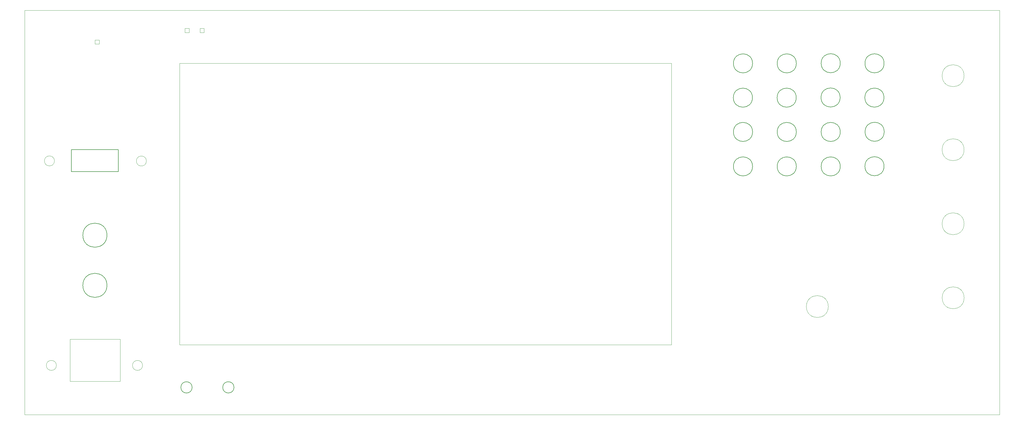
<source format=gbr>
%TF.GenerationSoftware,KiCad,Pcbnew,9.0.4*%
%TF.CreationDate,2025-11-06T12:47:49+01:00*%
%TF.ProjectId,SAUBerry_front_v1,53415542-6572-4727-995f-66726f6e745f,rev?*%
%TF.SameCoordinates,Original*%
%TF.FileFunction,Profile,NP*%
%FSLAX46Y46*%
G04 Gerber Fmt 4.6, Leading zero omitted, Abs format (unit mm)*
G04 Created by KiCad (PCBNEW 9.0.4) date 2025-11-06 12:47:49*
%MOMM*%
%LPD*%
G01*
G04 APERTURE LIST*
%TA.AperFunction,Profile*%
%ADD10C,0.050000*%
%TD*%
%TA.AperFunction,Profile*%
%ADD11C,0.200000*%
%TD*%
%TA.AperFunction,Profile*%
%ADD12C,0.100000*%
%TD*%
G04 APERTURE END LIST*
D10*
X135319000Y-127652800D02*
X136669000Y-127652800D01*
X136669000Y-128952800D01*
X135319000Y-128952800D01*
X135319000Y-127652800D01*
X127400000Y-223300000D02*
X143400000Y-223300000D01*
X143400000Y-236800000D01*
X127400000Y-236800000D01*
X127400000Y-223300000D01*
D11*
X359158000Y-168073200D02*
G75*
G02*
X353058000Y-168073200I-3050000J0D01*
G01*
X353058000Y-168073200D02*
G75*
G02*
X359158000Y-168073200I3050000J0D01*
G01*
X373142000Y-146036000D02*
G75*
G02*
X367042000Y-146036000I-3050000J0D01*
G01*
X367042000Y-146036000D02*
G75*
G02*
X373142000Y-146036000I3050000J0D01*
G01*
D12*
X412694000Y-139068000D02*
G75*
G02*
X405694000Y-139068000I-3500000J0D01*
G01*
X405694000Y-139068000D02*
G75*
G02*
X412694000Y-139068000I3500000J0D01*
G01*
X412694000Y-162741200D02*
G75*
G02*
X405694000Y-162741200I-3500000J0D01*
G01*
X405694000Y-162741200D02*
G75*
G02*
X412694000Y-162741200I3500000J0D01*
G01*
D10*
X168808400Y-123952000D02*
X170158400Y-123952000D01*
X170158400Y-125252000D01*
X168808400Y-125252000D01*
X168808400Y-123952000D01*
D11*
X387126000Y-146072800D02*
G75*
G02*
X381026000Y-146072800I-3050000J0D01*
G01*
X381026000Y-146072800D02*
G75*
G02*
X387126000Y-146072800I3050000J0D01*
G01*
D12*
X369361600Y-212886000D02*
G75*
G02*
X362361600Y-212886000I-3500000J0D01*
G01*
X362361600Y-212886000D02*
G75*
G02*
X369361600Y-212886000I3500000J0D01*
G01*
D11*
X387162800Y-135114000D02*
G75*
G02*
X381062800Y-135114000I-3050000J0D01*
G01*
X381062800Y-135114000D02*
G75*
G02*
X387162800Y-135114000I3050000J0D01*
G01*
X373178800Y-135077200D02*
G75*
G02*
X367078800Y-135077200I-3050000J0D01*
G01*
X367078800Y-135077200D02*
G75*
G02*
X373178800Y-135077200I3050000J0D01*
G01*
X127779000Y-162700000D02*
X142779000Y-162700000D01*
X142779000Y-169700000D01*
X127779000Y-169700000D01*
X127779000Y-162700000D01*
X345188000Y-135128000D02*
G75*
G02*
X339088000Y-135128000I-3050000J0D01*
G01*
X339088000Y-135128000D02*
G75*
G02*
X345188000Y-135128000I3050000J0D01*
G01*
D10*
X123000000Y-231700000D02*
G75*
G02*
X119800000Y-231700000I-1600000J0D01*
G01*
X119800000Y-231700000D02*
G75*
G02*
X123000000Y-231700000I1600000J0D01*
G01*
D11*
X373178800Y-157054800D02*
G75*
G02*
X367078800Y-157054800I-3050000J0D01*
G01*
X367078800Y-157054800D02*
G75*
G02*
X373178800Y-157054800I3050000J0D01*
G01*
X139150000Y-190064931D02*
G75*
G02*
X131450000Y-190064931I-3850000J0D01*
G01*
X131450000Y-190064931D02*
G75*
G02*
X139150000Y-190064931I3850000J0D01*
G01*
D12*
X412694000Y-186413600D02*
G75*
G02*
X405694000Y-186413600I-3500000J0D01*
G01*
X405694000Y-186413600D02*
G75*
G02*
X412694000Y-186413600I3500000J0D01*
G01*
D11*
X387199600Y-156998800D02*
G75*
G02*
X381099600Y-156998800I-3050000J0D01*
G01*
X381099600Y-156998800D02*
G75*
G02*
X387199600Y-156998800I3050000J0D01*
G01*
X345151200Y-146086800D02*
G75*
G02*
X339051200Y-146086800I-3050000J0D01*
G01*
X339051200Y-146086800D02*
G75*
G02*
X345151200Y-146086800I3050000J0D01*
G01*
X345188000Y-157049600D02*
G75*
G02*
X339088000Y-157049600I-3050000J0D01*
G01*
X339088000Y-157049600D02*
G75*
G02*
X345188000Y-157049600I3050000J0D01*
G01*
X387148800Y-168017200D02*
G75*
G02*
X381048800Y-168017200I-3050000J0D01*
G01*
X381048800Y-168017200D02*
G75*
G02*
X387148800Y-168017200I3050000J0D01*
G01*
D10*
X162306000Y-135128000D02*
X319306000Y-135128000D01*
X319306000Y-225128000D01*
X162306000Y-225128000D01*
X162306000Y-135128000D01*
D11*
X359121200Y-146086800D02*
G75*
G02*
X353021200Y-146086800I-3050000J0D01*
G01*
X353021200Y-146086800D02*
G75*
G02*
X359121200Y-146086800I3050000J0D01*
G01*
D10*
X150500000Y-231700000D02*
G75*
G02*
X147300000Y-231700000I-1600000J0D01*
G01*
X147300000Y-231700000D02*
G75*
G02*
X150500000Y-231700000I1600000J0D01*
G01*
X164034762Y-123964800D02*
X165384762Y-123964800D01*
X165384762Y-125264800D01*
X164034762Y-125264800D01*
X164034762Y-123964800D01*
X151729000Y-166350000D02*
G75*
G02*
X148529000Y-166350000I-1600000J0D01*
G01*
X148529000Y-166350000D02*
G75*
G02*
X151729000Y-166350000I1600000J0D01*
G01*
D11*
X166328000Y-238724000D02*
G75*
G02*
X162728000Y-238724000I-1800000J0D01*
G01*
X162728000Y-238724000D02*
G75*
G02*
X166328000Y-238724000I1800000J0D01*
G01*
X373178800Y-168073200D02*
G75*
G02*
X367078800Y-168073200I-3050000J0D01*
G01*
X367078800Y-168073200D02*
G75*
G02*
X373178800Y-168073200I3050000J0D01*
G01*
D12*
X412706840Y-210086800D02*
G75*
G02*
X405706840Y-210086800I-3500000J0D01*
G01*
X405706840Y-210086800D02*
G75*
G02*
X412706840Y-210086800I3500000J0D01*
G01*
D11*
X139150000Y-206100000D02*
G75*
G02*
X131450000Y-206100000I-3850000J0D01*
G01*
X131450000Y-206100000D02*
G75*
G02*
X139150000Y-206100000I3850000J0D01*
G01*
X359158000Y-157054800D02*
G75*
G02*
X353058000Y-157054800I-3050000J0D01*
G01*
X353058000Y-157054800D02*
G75*
G02*
X359158000Y-157054800I3050000J0D01*
G01*
X359158000Y-135128000D02*
G75*
G02*
X353058000Y-135128000I-3050000J0D01*
G01*
X353058000Y-135128000D02*
G75*
G02*
X359158000Y-135128000I3050000J0D01*
G01*
D10*
X122389000Y-166320000D02*
G75*
G02*
X119189000Y-166320000I-1600000J0D01*
G01*
X119189000Y-166320000D02*
G75*
G02*
X122389000Y-166320000I1600000J0D01*
G01*
D11*
X179688400Y-238716000D02*
G75*
G02*
X176088400Y-238716000I-1800000J0D01*
G01*
X176088400Y-238716000D02*
G75*
G02*
X179688400Y-238716000I1800000J0D01*
G01*
X345188000Y-168068000D02*
G75*
G02*
X339088000Y-168068000I-3050000J0D01*
G01*
X339088000Y-168068000D02*
G75*
G02*
X345188000Y-168068000I3050000J0D01*
G01*
D12*
X112840000Y-118170000D02*
X423990000Y-118170000D01*
X423990000Y-247470000D01*
X112840000Y-247470000D01*
X112840000Y-118170000D01*
M02*

</source>
